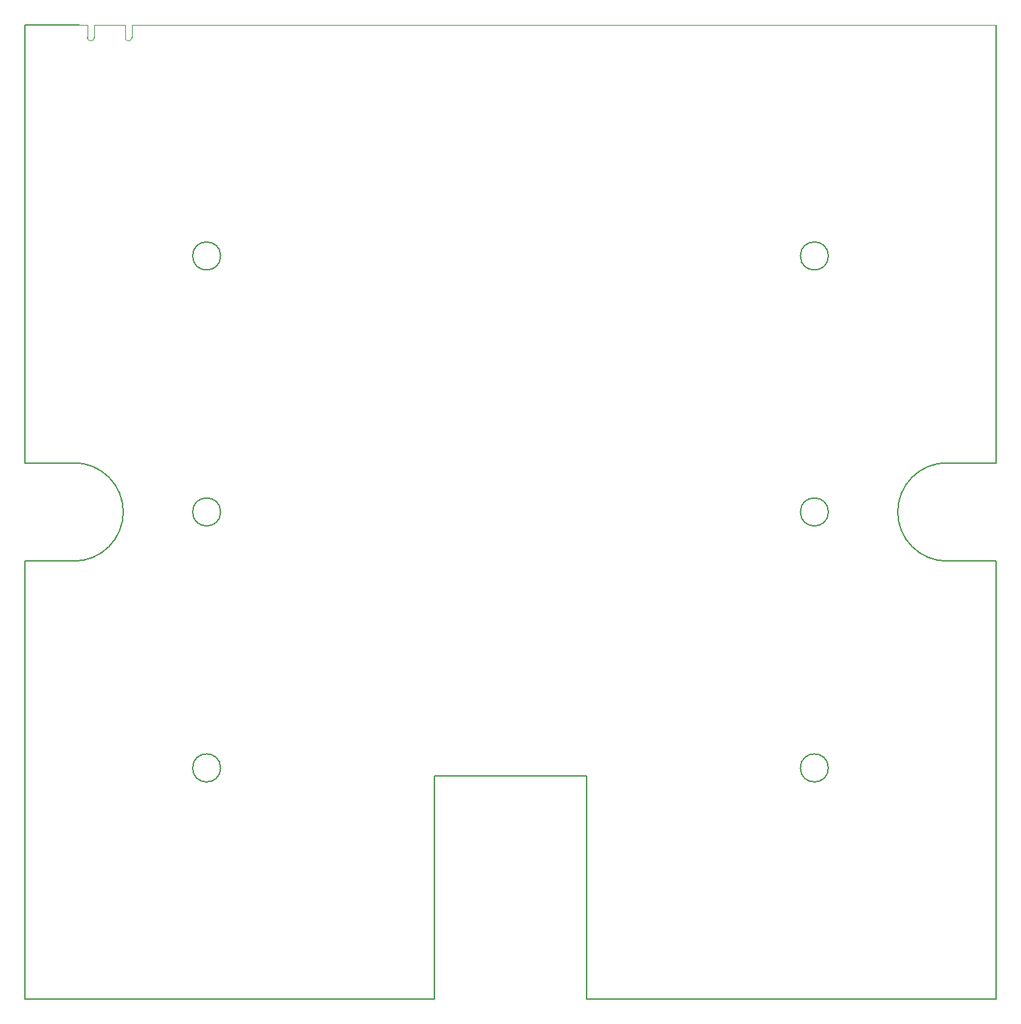
<source format=gbr>
%TF.GenerationSoftware,KiCad,Pcbnew,7.0.5-4d25ed1034~172~ubuntu22.04.1*%
%TF.CreationDate,2023-06-01T08:36:11-04:00*%
%TF.ProjectId,trigger-board,74726967-6765-4722-9d62-6f6172642e6b,rev?*%
%TF.SameCoordinates,Original*%
%TF.FileFunction,Profile,NP*%
%FSLAX46Y46*%
G04 Gerber Fmt 4.6, Leading zero omitted, Abs format (unit mm)*
G04 Created by KiCad (PCBNEW 7.0.5-4d25ed1034~172~ubuntu22.04.1) date 2023-06-01 08:36:11*
%MOMM*%
%LPD*%
G01*
G04 APERTURE LIST*
%TA.AperFunction,Profile*%
%ADD10C,0.200000*%
%TD*%
%TA.AperFunction,Profile*%
%ADD11C,0.100000*%
%TD*%
G04 APERTURE END LIST*
D10*
X27058000Y-164719000D02*
X27058000Y-109739000D01*
X97608000Y-136719000D02*
X78548000Y-136719000D01*
X51638000Y-135719000D02*
G75*
G03*
X51638000Y-135719000I-1760000J0D01*
G01*
X33227999Y-109739000D02*
G75*
G03*
X33228000Y-97399000I1J6170000D01*
G01*
X51638000Y-71419000D02*
G75*
G03*
X51638000Y-71419000I-1760000J0D01*
G01*
X27058000Y-97399000D02*
X27058000Y-42419000D01*
X149098000Y-164719000D02*
X97608000Y-164719000D01*
D11*
X41430000Y-42419000D02*
X149098000Y-42419000D01*
D10*
X128038000Y-71419000D02*
G75*
G03*
X128038000Y-71419000I-1760000J0D01*
G01*
X78548000Y-164719000D02*
X27058000Y-164719000D01*
X149098000Y-97399000D02*
X149098000Y-42419000D01*
X27058000Y-97399000D02*
X33228000Y-97399000D01*
X149098000Y-164719000D02*
X149098000Y-109739000D01*
X27058000Y-109739000D02*
X33228000Y-109739000D01*
X142928000Y-97399000D02*
G75*
G03*
X142928001Y-109739000I0J-6170000D01*
G01*
X149098000Y-109739000D02*
X142928000Y-109739000D01*
X51638000Y-103569000D02*
G75*
G03*
X51638000Y-103569000I-1760000J0D01*
G01*
X27058000Y-42419000D02*
X33930000Y-42419000D01*
X78548000Y-164719000D02*
X78548000Y-136719000D01*
X128038000Y-103569000D02*
G75*
G03*
X128038000Y-103569000I-1760000J0D01*
G01*
X149098000Y-97399000D02*
X142928000Y-97399000D01*
X128038000Y-135719000D02*
G75*
G03*
X128038000Y-135719000I-1760000J0D01*
G01*
X97608000Y-164719000D02*
X97608000Y-136719000D01*
D11*
%TO.C,J5*%
X41430000Y-42419000D02*
X40480000Y-42419000D01*
X40480000Y-43994000D02*
X40480000Y-42419000D01*
X39630000Y-43994000D02*
X39630000Y-42419000D01*
X39630000Y-42419000D02*
X35730000Y-42419000D01*
X35730000Y-43994000D02*
X35730000Y-42419000D01*
X34880000Y-43994000D02*
X34880000Y-42419000D01*
X34880000Y-42419000D02*
X33930000Y-42419000D01*
X39630000Y-43994000D02*
G75*
G03*
X40480000Y-43994000I425000J0D01*
G01*
X34880000Y-43994000D02*
G75*
G03*
X35730000Y-43994000I425000J0D01*
G01*
%TD*%
M02*

</source>
